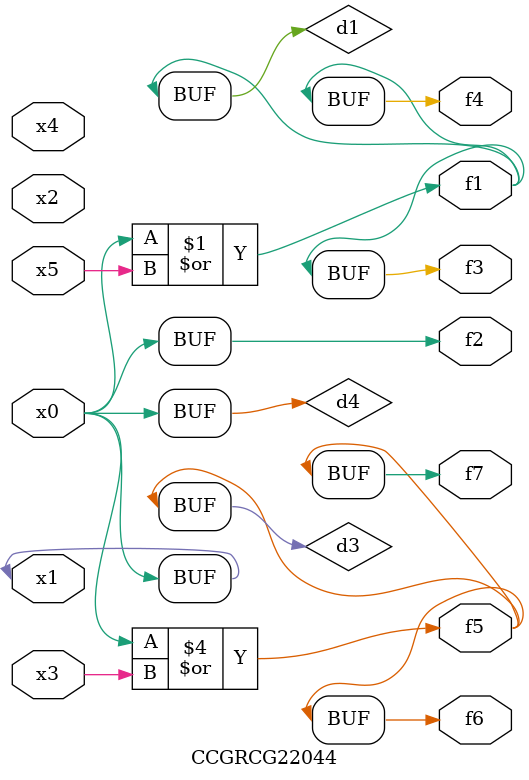
<source format=v>
module CCGRCG22044(
	input x0, x1, x2, x3, x4, x5,
	output f1, f2, f3, f4, f5, f6, f7
);

	wire d1, d2, d3, d4;

	or (d1, x0, x5);
	xnor (d2, x1, x4);
	or (d3, x0, x3);
	buf (d4, x0, x1);
	assign f1 = d1;
	assign f2 = d4;
	assign f3 = d1;
	assign f4 = d1;
	assign f5 = d3;
	assign f6 = d3;
	assign f7 = d3;
endmodule

</source>
